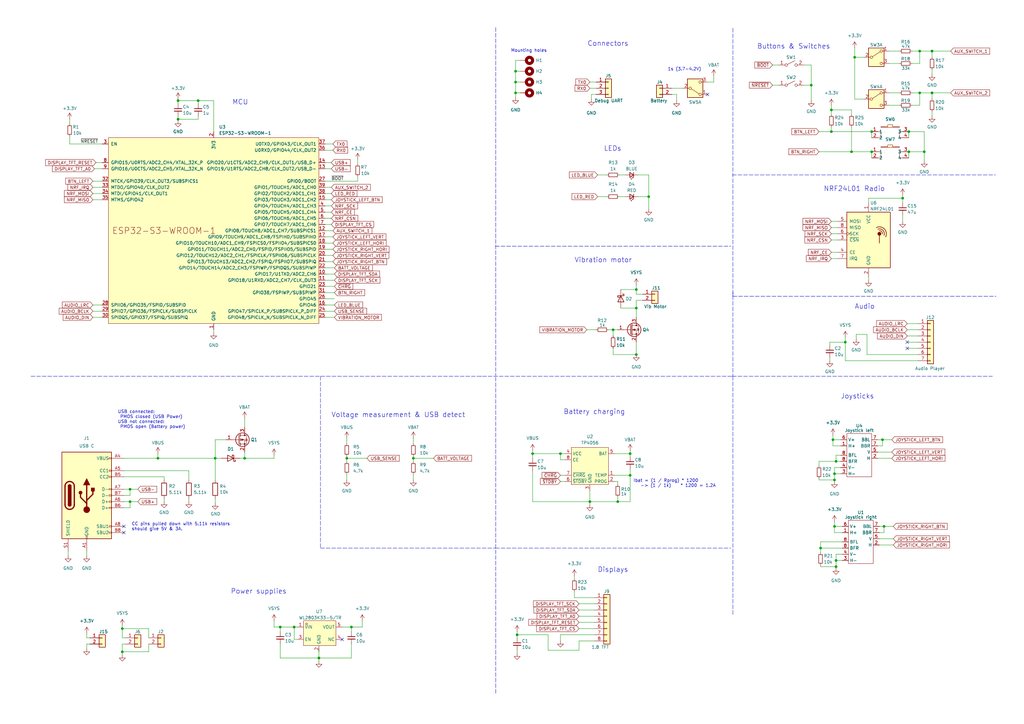
<source format=kicad_sch>
(kicad_sch (version 20230121) (generator eeschema)
  (paper "A3")
  (junction (at 169.545 187.96))
  (junction (at 372.745 53.975))
  (junction (at 341.63 180.34))
  (junction (at 342.265 196.85))
  (junction (at 142.24 187.96))
  (junction (at 357.505 53.975))
  (junction (at 372.745 62.23))
  (junction (at 260.985 145.415))
  (junction (at 120.65 257.175))
  (junction (at 377.19 20.955))
  (junction (at 241.935 205.74))
  (junction (at 361.95 180.34))
  (junction (at 212.09 260.35))
  (junction (at 100.33 187.96))
  (junction (at 379.095 62.23))
  (junction (at 211.455 29.21))
  (junction (at 357.505 62.23))
  (junction (at 260.985 118.745))
  (junction (at 50.165 257.81))
  (junction (at 258.445 194.945))
  (junction (at 260.985 126.365))
  (junction (at 342.9 232.41))
  (junction (at 349.25 62.23))
  (junction (at 266.065 80.645))
  (junction (at 114.935 257.175))
  (junction (at 382.27 20.955))
  (junction (at 342.265 215.9))
  (junction (at 50.165 267.335))
  (junction (at 218.44 186.055))
  (junction (at 382.27 38.1))
  (junction (at 340.995 45.085))
  (junction (at 377.19 38.1))
  (junction (at 336.55 224.79))
  (junction (at 53.34 200.66))
  (junction (at 130.81 269.875))
  (junction (at 340.995 53.975))
  (junction (at 342.265 194.31))
  (junction (at 342.9 229.87))
  (junction (at 258.445 186.055))
  (junction (at 251.46 135.255))
  (junction (at 332.74 34.925))
  (junction (at 64.77 187.96))
  (junction (at 362.585 215.9))
  (junction (at 81.28 41.275))
  (junction (at 211.455 33.655))
  (junction (at 211.455 38.1))
  (junction (at 370.205 81.28))
  (junction (at 342.9 189.23))
  (junction (at 53.34 205.74))
  (junction (at 88.265 187.96))
  (junction (at 346.71 140.335))
  (junction (at 229.87 186.055))
  (junction (at 73.025 41.275))
  (junction (at 253.365 205.74))
  (junction (at 350.52 23.495))
  (junction (at 144.145 257.175))
  (junction (at 73.025 48.895))
  (no_connect (at 140.335 262.255))
  (no_connect (at 290.195 38.735))
  (no_connect (at 50.8 215.9))
  (no_connect (at 372.11 142.875))
  (no_connect (at 50.8 218.44))
  (no_connect (at 372.11 140.335))
  (wire (pts (xy 342.9 229.87) (xy 345.44 229.87)))
  (wire (pts (xy 130.81 266.065) (xy 130.81 269.875)))
  (polyline (pts (xy 300.609 121.539) (xy 408.559 121.539)) (stroke (width 0) (type dash)))
  (wire (pts (xy 148.59 257.175) (xy 148.59 254.635)))
  (wire (pts (xy 346.71 147.955) (xy 376.555 147.955)))
  (wire (pts (xy 241.935 36.195) (xy 244.475 36.195)))
  (wire (pts (xy 67.31 205.74) (xy 67.31 204.47)))
  (wire (pts (xy 260.985 120.65) (xy 260.985 118.745)))
  (polyline (pts (xy 197.485 154.305) (xy 197.231 154.305)))
  (wire (pts (xy 27.94 226.06) (xy 27.94 227.965)))
  (wire (pts (xy 332.74 34.925) (xy 332.74 26.67)))
  (wire (pts (xy 260.985 123.19) (xy 263.525 123.19)))
  (wire (pts (xy 28.575 59.055) (xy 28.575 55.88)))
  (wire (pts (xy 346.71 140.335) (xy 346.71 147.955)))
  (wire (pts (xy 87.63 135.255) (xy 87.63 136.525)))
  (polyline (pts (xy 300.609 11.557) (xy 300.609 154.305)) (stroke (width 0) (type dash)))
  (wire (pts (xy 357.505 53.975) (xy 357.505 56.515)))
  (wire (pts (xy 379.095 53.975) (xy 379.095 62.23)))
  (wire (pts (xy 360.68 220.98) (xy 366.395 220.98)))
  (wire (pts (xy 266.065 80.645) (xy 261.62 80.645)))
  (wire (pts (xy 169.545 187.96) (xy 169.545 189.357)))
  (wire (pts (xy 374.015 26.035) (xy 377.19 26.035)))
  (wire (pts (xy 133.35 102.235) (xy 136.525 102.235)))
  (wire (pts (xy 368.935 38.1) (xy 364.49 38.1)))
  (wire (pts (xy 351.155 137.16) (xy 351.155 139.065)))
  (wire (pts (xy 377.19 43.18) (xy 377.19 38.1)))
  (wire (pts (xy 382.27 47.625) (xy 382.27 45.72)))
  (wire (pts (xy 35.56 226.06) (xy 35.56 227.965)))
  (wire (pts (xy 335.915 62.23) (xy 349.25 62.23)))
  (wire (pts (xy 169.545 187.071) (xy 169.545 187.96)))
  (wire (pts (xy 372.11 140.335) (xy 376.555 140.335)))
  (wire (pts (xy 342.265 213.995) (xy 342.265 215.9)))
  (wire (pts (xy 342.265 191.77) (xy 344.805 191.77)))
  (wire (pts (xy 342.9 227.33) (xy 345.44 227.33)))
  (wire (pts (xy 87.63 41.275) (xy 81.28 41.275)))
  (wire (pts (xy 60.96 257.81) (xy 50.165 257.81)))
  (wire (pts (xy 212.09 260.35) (xy 212.09 261.62)))
  (wire (pts (xy 133.35 74.295) (xy 146.685 74.295)))
  (wire (pts (xy 251.46 145.415) (xy 251.46 142.875)))
  (wire (pts (xy 73.025 48.895) (xy 81.28 48.895)))
  (wire (pts (xy 231.775 188.595) (xy 229.87 188.595)))
  (wire (pts (xy 77.47 193.04) (xy 50.8 193.04)))
  (wire (pts (xy 237.49 247.65) (xy 243.84 247.65)))
  (wire (pts (xy 88.265 196.85) (xy 88.265 187.96)))
  (wire (pts (xy 382.27 30.48) (xy 382.27 28.575)))
  (wire (pts (xy 335.915 189.23) (xy 335.915 191.135)))
  (polyline (pts (xy 203.327 284.353) (xy 203.327 154.305)) (stroke (width 0) (type dash)))
  (wire (pts (xy 258.445 186.055) (xy 258.445 187.325)))
  (wire (pts (xy 340.995 93.345) (xy 343.535 93.345)))
  (wire (pts (xy 235.585 245.11) (xy 243.84 245.11)))
  (wire (pts (xy 341.63 180.34) (xy 344.805 180.34)))
  (wire (pts (xy 38.1 79.375) (xy 41.91 79.375)))
  (wire (pts (xy 64.77 187.96) (xy 88.265 187.96)))
  (wire (pts (xy 280.035 36.195) (xy 275.59 36.195)))
  (wire (pts (xy 100.33 171.45) (xy 100.33 175.26)))
  (wire (pts (xy 41.91 59.055) (xy 28.575 59.055)))
  (wire (pts (xy 133.35 125.095) (xy 137.16 125.095)))
  (wire (pts (xy 144.145 257.175) (xy 148.59 257.175)))
  (wire (pts (xy 211.455 29.21) (xy 213.36 29.21)))
  (wire (pts (xy 342.265 215.9) (xy 345.44 215.9)))
  (wire (pts (xy 133.35 112.395) (xy 137.16 112.395)))
  (wire (pts (xy 237.49 262.89) (xy 237.49 266.7)))
  (wire (pts (xy 260.985 126.365) (xy 260.985 130.175)))
  (wire (pts (xy 342.265 196.85) (xy 342.265 194.31)))
  (wire (pts (xy 349.25 52.07) (xy 349.25 62.23)))
  (wire (pts (xy 377.19 38.1) (xy 374.015 38.1)))
  (wire (pts (xy 344.805 186.69) (xy 342.9 186.69)))
  (wire (pts (xy 356.235 81.28) (xy 356.235 83.185)))
  (wire (pts (xy 133.35 59.055) (xy 136.525 59.055)))
  (wire (pts (xy 266.065 85.725) (xy 266.065 80.645)))
  (wire (pts (xy 112.395 257.175) (xy 114.935 257.175)))
  (wire (pts (xy 169.545 179.705) (xy 169.545 181.991)))
  (wire (pts (xy 53.34 205.74) (xy 53.34 208.28)))
  (wire (pts (xy 350.52 23.495) (xy 354.33 23.495)))
  (wire (pts (xy 342.9 229.87) (xy 342.9 227.33)))
  (wire (pts (xy 241.935 33.655) (xy 244.475 33.655)))
  (wire (pts (xy 342.265 215.9) (xy 342.265 218.44)))
  (wire (pts (xy 211.455 33.655) (xy 213.36 33.655)))
  (wire (pts (xy 235.585 242.57) (xy 235.585 245.11)))
  (wire (pts (xy 350.52 40.64) (xy 350.52 23.495)))
  (wire (pts (xy 218.44 186.055) (xy 229.87 186.055)))
  (wire (pts (xy 212.09 260.35) (xy 212.09 259.08)))
  (wire (pts (xy 362.585 215.9) (xy 362.585 218.44)))
  (wire (pts (xy 88.265 187.96) (xy 88.265 180.34)))
  (wire (pts (xy 87.63 53.975) (xy 87.63 41.275)))
  (wire (pts (xy 256.54 80.645) (xy 254 80.645)))
  (wire (pts (xy 88.265 180.34) (xy 92.71 180.34)))
  (wire (pts (xy 100.33 185.42) (xy 100.33 187.96)))
  (wire (pts (xy 144.145 259.08) (xy 144.145 257.175)))
  (wire (pts (xy 362.585 215.9) (xy 366.395 215.9)))
  (wire (pts (xy 218.44 193.04) (xy 218.44 205.74)))
  (wire (pts (xy 114.935 269.875) (xy 130.81 269.875)))
  (wire (pts (xy 77.47 196.85) (xy 77.47 193.04)))
  (wire (pts (xy 133.35 76.835) (xy 135.89 76.835)))
  (wire (pts (xy 50.165 261.62) (xy 50.165 257.81)))
  (polyline (pts (xy 300.609 154.305) (xy 300.609 252.349)) (stroke (width 0) (type dash)))
  (wire (pts (xy 121.92 262.255) (xy 120.65 262.255)))
  (wire (pts (xy 356.235 113.665) (xy 356.235 114.935)))
  (wire (pts (xy 237.49 262.89) (xy 243.84 262.89)))
  (wire (pts (xy 88.265 206.375) (xy 88.265 204.47)))
  (wire (pts (xy 258.445 192.405) (xy 258.445 194.945)))
  (wire (pts (xy 50.8 203.2) (xy 53.34 203.2)))
  (wire (pts (xy 253.365 197.485) (xy 252.095 197.485)))
  (wire (pts (xy 51.435 261.62) (xy 50.165 261.62)))
  (wire (pts (xy 254.635 126.365) (xy 260.985 126.365)))
  (wire (pts (xy 340.995 43.18) (xy 340.995 45.085)))
  (wire (pts (xy 211.455 29.21) (xy 211.455 24.765)))
  (wire (pts (xy 382.27 40.64) (xy 382.27 38.1)))
  (wire (pts (xy 73.025 47.625) (xy 73.025 48.895)))
  (wire (pts (xy 50.8 187.96) (xy 64.77 187.96)))
  (wire (pts (xy 251.46 137.795) (xy 251.46 135.255)))
  (wire (pts (xy 342.9 233.045) (xy 342.9 232.41)))
  (wire (pts (xy 133.35 109.855) (xy 137.16 109.855)))
  (wire (pts (xy 142.24 194.437) (xy 142.24 196.85)))
  (wire (pts (xy 372.745 53.975) (xy 372.745 56.515)))
  (wire (pts (xy 242.57 38.735) (xy 244.475 38.735)))
  (wire (pts (xy 218.44 205.74) (xy 241.935 205.74)))
  (wire (pts (xy 112.395 186.69) (xy 112.395 187.96)))
  (wire (pts (xy 253.365 205.74) (xy 253.365 203.835)))
  (wire (pts (xy 140.335 257.175) (xy 144.145 257.175)))
  (wire (pts (xy 361.95 180.34) (xy 365.76 180.34)))
  (polyline (pts (xy 203.327 11.303) (xy 203.327 154.051)) (stroke (width 0) (type dash)))
  (wire (pts (xy 133.35 107.315) (xy 136.525 107.315)))
  (wire (pts (xy 340.995 45.085) (xy 349.25 45.085)))
  (wire (pts (xy 342.265 218.44) (xy 345.44 218.44)))
  (wire (pts (xy 261.62 71.755) (xy 266.065 71.755)))
  (wire (pts (xy 341.63 182.88) (xy 344.805 182.88)))
  (wire (pts (xy 341.63 178.435) (xy 341.63 180.34)))
  (wire (pts (xy 340.995 95.885) (xy 343.535 95.885)))
  (wire (pts (xy 53.34 200.66) (xy 56.515 200.66)))
  (wire (pts (xy 229.87 188.595) (xy 229.87 186.055)))
  (wire (pts (xy 133.35 122.555) (xy 137.16 122.555)))
  (wire (pts (xy 263.525 120.65) (xy 260.985 120.65)))
  (wire (pts (xy 38.1 74.295) (xy 41.91 74.295)))
  (wire (pts (xy 370.205 80.01) (xy 370.205 81.28)))
  (wire (pts (xy 133.35 84.455) (xy 135.89 84.455)))
  (wire (pts (xy 342.265 197.485) (xy 342.265 196.85)))
  (wire (pts (xy 133.35 97.155) (xy 136.525 97.155)))
  (wire (pts (xy 349.25 62.23) (xy 357.505 62.23)))
  (wire (pts (xy 73.025 48.895) (xy 73.025 49.53)))
  (wire (pts (xy 253.365 205.74) (xy 258.445 205.74)))
  (wire (pts (xy 361.95 182.88) (xy 360.045 182.88)))
  (wire (pts (xy 50.165 267.335) (xy 60.96 267.335)))
  (wire (pts (xy 211.455 38.1) (xy 211.455 33.655)))
  (wire (pts (xy 133.35 127.635) (xy 137.16 127.635)))
  (wire (pts (xy 332.74 26.67) (xy 329.565 26.67)))
  (wire (pts (xy 50.8 208.28) (xy 53.34 208.28)))
  (wire (pts (xy 260.985 123.19) (xy 260.985 126.365)))
  (wire (pts (xy 253.365 198.755) (xy 253.365 197.485)))
  (wire (pts (xy 169.545 187.96) (xy 177.8 187.96)))
  (wire (pts (xy 372.11 142.875) (xy 376.555 142.875)))
  (wire (pts (xy 382.27 38.1) (xy 389.89 38.1)))
  (polyline (pts (xy 300.355 71.755) (xy 408.305 71.755)) (stroke (width 0) (type dash)))
  (wire (pts (xy 254.635 118.745) (xy 260.985 118.745)))
  (wire (pts (xy 133.35 66.675) (xy 135.89 66.675)))
  (wire (pts (xy 319.405 34.925) (xy 316.865 34.925)))
  (wire (pts (xy 81.28 41.275) (xy 73.025 41.275)))
  (wire (pts (xy 67.31 195.58) (xy 50.8 195.58)))
  (wire (pts (xy 242.57 40.64) (xy 242.57 38.735)))
  (wire (pts (xy 38.1 81.915) (xy 41.91 81.915)))
  (wire (pts (xy 336.55 222.25) (xy 336.55 224.79)))
  (wire (pts (xy 258.445 194.945) (xy 258.445 205.74)))
  (wire (pts (xy 382.27 20.955) (xy 377.19 20.955)))
  (wire (pts (xy 120.65 262.255) (xy 120.65 257.175)))
  (wire (pts (xy 355.6 145.415) (xy 355.6 137.16)))
  (wire (pts (xy 342.265 194.31) (xy 342.265 191.77)))
  (wire (pts (xy 342.265 194.31) (xy 344.805 194.31)))
  (wire (pts (xy 249.555 135.255) (xy 251.46 135.255)))
  (wire (pts (xy 277.495 41.275) (xy 277.495 38.735)))
  (wire (pts (xy 241.935 205.74) (xy 241.935 207.01)))
  (wire (pts (xy 336.55 232.41) (xy 342.9 232.41)))
  (wire (pts (xy 372.745 62.23) (xy 379.095 62.23)))
  (wire (pts (xy 370.205 81.28) (xy 370.205 83.185)))
  (wire (pts (xy 377.19 20.955) (xy 374.015 20.955)))
  (wire (pts (xy 53.34 205.74) (xy 56.515 205.74)))
  (wire (pts (xy 211.455 24.765) (xy 213.36 24.765)))
  (wire (pts (xy 335.915 196.85) (xy 342.265 196.85)))
  (wire (pts (xy 382.27 38.1) (xy 377.19 38.1)))
  (wire (pts (xy 340.36 140.335) (xy 340.36 141.605)))
  (wire (pts (xy 342.9 189.23) (xy 335.915 189.23)))
  (wire (pts (xy 218.44 184.785) (xy 218.44 186.055)))
  (wire (pts (xy 133.35 79.375) (xy 135.89 79.375)))
  (wire (pts (xy 35.56 264.16) (xy 36.83 264.16)))
  (wire (pts (xy 38.1 76.835) (xy 41.91 76.835)))
  (wire (pts (xy 142.24 179.705) (xy 142.24 181.991)))
  (wire (pts (xy 361.95 180.34) (xy 361.95 182.88)))
  (wire (pts (xy 362.585 218.44) (xy 360.68 218.44)))
  (polyline (pts (xy 131.445 154.305) (xy 131.445 224.79)) (stroke (width 0) (type dash)))
  (wire (pts (xy 240.665 135.255) (xy 244.475 135.255)))
  (wire (pts (xy 114.935 259.08) (xy 114.935 257.175)))
  (wire (pts (xy 340.995 45.085) (xy 340.995 46.99)))
  (wire (pts (xy 133.35 89.535) (xy 135.89 89.535)))
  (wire (pts (xy 340.995 103.505) (xy 343.535 103.505)))
  (wire (pts (xy 50.165 264.16) (xy 51.435 264.16)))
  (wire (pts (xy 368.935 20.955) (xy 364.49 20.955)))
  (wire (pts (xy 360.045 187.96) (xy 365.76 187.96)))
  (wire (pts (xy 100.33 187.96) (xy 112.395 187.96)))
  (wire (pts (xy 382.27 20.955) (xy 389.89 20.955)))
  (wire (pts (xy 133.35 69.215) (xy 135.89 69.215)))
  (wire (pts (xy 377.19 26.035) (xy 377.19 20.955)))
  (polyline (pts (xy 300.355 154.305) (xy 407.035 154.305)) (stroke (width 0) (type dash)))
  (wire (pts (xy 146.685 74.295) (xy 146.685 72.39)))
  (wire (pts (xy 60.96 267.335) (xy 60.96 264.16)))
  (polyline (pts (xy 203.2 224.79) (xy 299.72 224.79)) (stroke (width 0) (type dash)))
  (wire (pts (xy 346.71 140.335) (xy 340.36 140.335)))
  (wire (pts (xy 50.165 268.605) (xy 50.165 267.335)))
  (wire (pts (xy 142.24 187.96) (xy 142.24 189.357)))
  (wire (pts (xy 38.1 127.635) (xy 41.91 127.635)))
  (wire (pts (xy 229.87 194.945) (xy 231.775 194.945)))
  (polyline (pts (xy 131.445 224.79) (xy 203.2 224.79)) (stroke (width 0) (type dash)))
  (wire (pts (xy 292.735 33.655) (xy 290.195 33.655)))
  (wire (pts (xy 372.11 132.715) (xy 376.555 132.715)))
  (wire (pts (xy 38.1 130.175) (xy 41.91 130.175)))
  (wire (pts (xy 229.87 260.35) (xy 243.84 260.35)))
  (wire (pts (xy 169.545 194.437) (xy 169.545 196.85)))
  (wire (pts (xy 229.87 197.485) (xy 231.775 197.485)))
  (wire (pts (xy 130.81 269.875) (xy 130.81 271.145)))
  (wire (pts (xy 130.81 269.875) (xy 144.145 269.875)))
  (wire (pts (xy 212.09 266.7) (xy 212.09 267.97)))
  (wire (pts (xy 50.165 267.335) (xy 50.165 264.16)))
  (wire (pts (xy 133.35 114.935) (xy 137.16 114.935)))
  (wire (pts (xy 332.74 41.275) (xy 332.74 34.925)))
  (wire (pts (xy 382.27 23.495) (xy 382.27 20.955)))
  (wire (pts (xy 112.395 254.635) (xy 112.395 257.175)))
  (wire (pts (xy 36.83 261.62) (xy 35.56 261.62)))
  (wire (pts (xy 133.35 130.175) (xy 137.16 130.175)))
  (wire (pts (xy 266.065 71.755) (xy 266.065 80.645)))
  (wire (pts (xy 357.505 62.23) (xy 357.505 64.77)))
  (wire (pts (xy 252.095 186.055) (xy 258.445 186.055)))
  (wire (pts (xy 133.35 117.475) (xy 137.16 117.475)))
  (wire (pts (xy 133.35 61.595) (xy 136.525 61.595)))
  (wire (pts (xy 237.49 250.19) (xy 243.84 250.19)))
  (wire (pts (xy 39.37 66.675) (xy 41.91 66.675)))
  (wire (pts (xy 142.24 187.96) (xy 150.495 187.96)))
  (wire (pts (xy 50.8 200.66) (xy 53.34 200.66)))
  (wire (pts (xy 81.28 42.545) (xy 81.28 41.275)))
  (wire (pts (xy 344.805 189.23) (xy 342.9 189.23)))
  (wire (pts (xy 340.995 53.975) (xy 357.505 53.975)))
  (wire (pts (xy 144.145 264.16) (xy 144.145 269.875)))
  (wire (pts (xy 38.735 69.215) (xy 41.91 69.215)))
  (wire (pts (xy 277.495 38.735) (xy 275.59 38.735)))
  (wire (pts (xy 252.095 194.945) (xy 258.445 194.945)))
  (wire (pts (xy 360.045 185.42) (xy 365.76 185.42)))
  (wire (pts (xy 28.575 50.8) (xy 28.575 48.895)))
  (wire (pts (xy 53.34 200.66) (xy 53.34 203.2)))
  (wire (pts (xy 211.455 33.655) (xy 211.455 29.21)))
  (wire (pts (xy 340.995 52.07) (xy 340.995 53.975)))
  (wire (pts (xy 133.35 86.995) (xy 135.89 86.995)))
  (wire (pts (xy 50.8 205.74) (xy 53.34 205.74)))
  (wire (pts (xy 64.77 186.055) (xy 64.77 187.96)))
  (wire (pts (xy 35.56 261.62) (xy 35.56 259.715)))
  (wire (pts (xy 35.56 266.065) (xy 35.56 264.16)))
  (wire (pts (xy 354.33 40.64) (xy 350.52 40.64)))
  (wire (pts (xy 336.55 224.79) (xy 345.44 224.79)))
  (wire (pts (xy 211.455 40.005) (xy 211.455 38.1)))
  (wire (pts (xy 81.28 48.895) (xy 81.28 47.625)))
  (wire (pts (xy 341.63 180.34) (xy 341.63 182.88)))
  (wire (pts (xy 142.24 187.071) (xy 142.24 187.96)))
  (polyline (pts (xy 300.609 119.761) (xy 300.609 121.539)) (stroke (width 0) (type dash)))
  (wire (pts (xy 98.425 187.96) (xy 100.33 187.96)))
  (wire (pts (xy 73.025 41.275) (xy 73.025 42.545)))
  (wire (pts (xy 340.995 106.045) (xy 343.535 106.045)))
  (wire (pts (xy 120.65 257.175) (xy 121.92 257.175)))
  (wire (pts (xy 319.405 26.67) (xy 316.865 26.67)))
  (wire (pts (xy 248.92 80.645) (xy 245.11 80.645)))
  (wire (pts (xy 336.55 231.775) (xy 336.55 232.41)))
  (wire (pts (xy 133.35 120.015) (xy 137.16 120.015)))
  (wire (pts (xy 211.455 38.1) (xy 213.36 38.1)))
  (wire (pts (xy 364.49 43.18) (xy 368.935 43.18)))
  (wire (pts (xy 355.6 137.16) (xy 351.155 137.16)))
  (wire (pts (xy 241.935 201.295) (xy 241.935 205.74)))
  (wire (pts (xy 340.36 146.685) (xy 340.36 147.955)))
  (wire (pts (xy 342.9 232.41) (xy 342.9 229.87)))
  (wire (pts (xy 364.49 26.035) (xy 368.935 26.035)))
  (wire (pts (xy 372.11 135.255) (xy 376.555 135.255)))
  (wire (pts (xy 335.915 53.975) (xy 340.995 53.975)))
  (wire (pts (xy 237.49 257.81) (xy 243.84 257.81)))
  (wire (pts (xy 292.735 31.115) (xy 292.735 33.655)))
  (wire (pts (xy 50.165 256.54) (xy 50.165 257.81)))
  (wire (pts (xy 260.985 118.745) (xy 260.985 116.84)))
  (polyline (pts (xy 12.7 154.305) (xy 300.609 154.305)) (stroke (width 0) (type dash)))
  (wire (pts (xy 67.31 196.85) (xy 67.31 195.58)))
  (wire (pts (xy 241.935 205.74) (xy 253.365 205.74)))
  (wire (pts (xy 218.44 186.055) (xy 218.44 187.96)))
  (wire (pts (xy 237.49 252.73) (xy 243.84 252.73)))
  (wire (pts (xy 360.68 223.52) (xy 366.395 223.52)))
  (wire (pts (xy 342.9 186.69) (xy 342.9 189.23)))
  (wire (pts (xy 346.71 138.43) (xy 346.71 140.335)))
  (wire (pts (xy 340.995 90.805) (xy 343.535 90.805)))
  (wire (pts (xy 133.35 99.695) (xy 136.525 99.695)))
  (wire (pts (xy 133.35 92.075) (xy 135.89 92.075)))
  (wire (pts (xy 370.205 88.265) (xy 370.205 90.805)))
  (wire (pts (xy 237.49 266.7) (xy 224.79 266.7)))
  (wire (pts (xy 340.995 98.425) (xy 343.535 98.425)))
  (wire (pts (xy 133.35 81.915) (xy 135.89 81.915)))
  (wire (pts (xy 345.44 222.25) (xy 336.55 222.25)))
  (wire (pts (xy 361.95 180.34) (xy 360.045 180.34)))
  (wire (pts (xy 258.445 184.785) (xy 258.445 186.055)))
  (wire (pts (xy 224.79 266.7) (xy 224.79 260.35)))
  (wire (pts (xy 260.985 140.335) (xy 260.985 145.415)))
  (wire (pts (xy 114.935 257.175) (xy 120.65 257.175)))
  (wire (pts (xy 245.11 71.755) (xy 248.92 71.755)))
  (wire (pts (xy 336.55 224.79) (xy 336.55 226.695)))
  (wire (pts (xy 376.555 145.415) (xy 355.6 145.415)))
  (wire (pts (xy 73.025 41.275) (xy 73.025 40.64)))
  (wire (pts (xy 370.205 81.28) (xy 356.235 81.28)))
  (wire (pts (xy 229.87 262.89) (xy 229.87 260.35)))
  (polyline (pts (xy 203.2 100.965) (xy 299.72 100.965)) (stroke (width 0) (type dash)))
  (wire (pts (xy 379.095 53.975) (xy 372.745 53.975)))
  (wire (pts (xy 260.985 145.415) (xy 251.46 145.415)))
  (wire (pts (xy 251.46 135.255) (xy 253.365 135.255)))
  (wire (pts (xy 60.96 261.62) (xy 60.96 257.81)))
  (wire (pts (xy 77.47 205.74) (xy 77.47 204.47)))
  (wire (pts (xy 349.25 46.99) (xy 349.25 45.085)))
  (wire (pts (xy 114.935 269.875) (xy 114.935 264.16)))
  (wire (pts (xy 38.1 125.095) (xy 41.91 125.095)))
  (wire (pts (xy 133.35 104.775) (xy 136.525 104.775)))
  (wire (pts (xy 374.015 43.18) (xy 377.19 43.18)))
  (wire (pts (xy 254 71.755) (xy 256.54 71.755)))
  (wire (pts (xy 379.095 62.23) (xy 379.095 66.04)))
  (wire (pts (xy 146.685 67.31) (xy 146.685 65.405)))
  (wire (pts (xy 372.745 62.23) (xy 372.745 64.77)))
  (wire (pts (xy 332.74 34.925) (xy 329.565 34.925)))
  (wire (pts (xy 237.49 255.27) (xy 243.84 255.27)))
  (wire (pts (xy 224.79 260.35) (xy 212.09 260.35)))
  (wire (pts (xy 229.87 186.055) (xy 231.775 186.055)))
  (wire (pts (xy 335.915 196.215) (xy 335.915 196.85)))
  (wire (pts (xy 372.11 137.795) (xy 376.555 137.795)))
  (wire (pts (xy 88.265 187.96) (xy 90.805 187.96)))
  (wire (pts (xy 362.585 215.9) (xy 360.68 215.9)))
  (wire (pts (xy 235.585 236.22) (xy 235.585 237.49)))
  (wire (pts (xy 133.35 94.615) (xy 136.525 94.615)))
  (wire (pts (xy 350.52 19.685) (xy 350.52 23.495)))
  (text "Vibration motor" (at 235.585 107.95 0) (effects (font (size 2 2)) (justify left bottom)))
  (text "Displays" (at 245.11 234.95 0) (effects (font (size 2 2)) (justify left bottom)))
  (text "MCU" (at 95.25 43.18 0) (effects (font (size 2 2)) (justify left bottom)))
  (text "Audio" (at 350.52 127 0) (effects (font (size 2 2)) (justify left bottom)))
  (text "LEDs" (at 247.65 62.23 0) (effects (font (size 2 2)) (justify left bottom)))
  (text "Ibat = (1 / Rprog) * 1200\n   -> (1 / 1k)    * 1200 = 1.2A" (at 259.715 200.025 0) (effects (font (size 1.27 1.27)) (justify left bottom)))
  (text "NRF24L01 Radio" (at 337.82 78.74 0) (effects (font (size 2 2)) (justify left bottom)))
  (text "CC pins pulled down with 5.11k resistors\nshould give 5V & 3A." (at 53.975 217.805 0) (effects (font (size 1.27 1.27)) (justify left bottom)))
  (text "USB connected:\n PMOS closed (USB Power)\nUSB not connected:\n PMOS open (Battery power)" (at 48.26 175.895 0) (effects (font (size 1.27 1.27)) (justify left bottom)))
  (text "Voltage measurement & USB detect" (at 135.89 171.45 0) (effects (font (size 2 2)) (justify left bottom)))
  (text "Connectors" (at 240.919 19.177 0) (effects (font (size 2 2)) (justify left bottom)))
  (text "Buttons & Switches" (at 310.515 20.32 0) (effects (font (size 2 2)) (justify left bottom)))
  (text "Joysticks" (at 344.805 163.83 0) (effects (font (size 2 2)) (justify left bottom)))
  (text "Power supplies" (at 94.615 243.84 0) (effects (font (size 2 2)) (justify left bottom)))
  (text "Battery charging" (at 231.14 170.18 0) (effects (font (size 2 2)) (justify left bottom)))
  (text "1s (3.7-4.2V)" (at 287.655 29.21 0) (effects (font (size 1.27 1.27)) (justify right bottom)))
  (text "Mounting holes" (at 209.55 21.59 0) (effects (font (size 1.27 1.27)) (justify left bottom)))
  (label "~{NRESET}" (at 33.02 59.055 0))
  (label "~{BOOT}" (at 135.89 74.295 0))
  (global_label "NRF_MISO" (shape input) (at 38.1 81.915 180) (property "Intersheetrefs" "${INTERSHEET_REFS}" (effects hide)))
  (global_label "DISPLAY_TFT_SDA" (shape input) (at 237.49 250.19 180) (property "Intersheetrefs" "${INTERSHEET_REFS}" (effects hide)))
  (global_label "AUDIO_BCLK" (shape input) (at 38.1 127.635 180) (property "Intersheetrefs" "${INTERSHEET_REFS}" (effects hide)))
  (global_label "USB-" (shape input) (at 135.89 69.215 0) (property "Intersheetrefs" "${INTERSHEET_REFS}" (effects hide)))
  (global_label "RX0" (shape input) (at 241.935 36.195 180) (property "Intersheetrefs" "${INTERSHEET_REFS}" (effects hide)))
  (global_label "DISPLAY_TFT_CS" (shape input) (at 135.89 92.075 0) (property "Intersheetrefs" "${INTERSHEET_REFS}" (effects hide)))
  (global_label "JOYSTICK_LEFT_HORI" (shape input) (at 136.525 99.695 0) (property "Intersheetrefs" "${INTERSHEET_REFS}" (effects hide)))
  (global_label "DISPLAY_TFT_RESET" (shape input) (at 237.49 255.27 180) (property "Intersheetrefs" "${INTERSHEET_REFS}" (effects hide)))
  (global_label "NRF_MISO" (shape input) (at 340.995 93.345 180) (property "Intersheetrefs" "${INTERSHEET_REFS}" (effects hide)))
  (global_label "AUX_SWITCH_2" (shape input) (at 389.89 38.1 0) (property "Intersheetrefs" "${INTERSHEET_REFS}" (effects hide)))
  (global_label "~{CHRG}" (shape input) (at 229.87 194.945 180) (property "Intersheetrefs" "${INTERSHEET_REFS}" (effects hide)))
  (global_label "AUDIO_BCLK" (shape input) (at 372.11 135.255 180) (property "Intersheetrefs" "${INTERSHEET_REFS}" (effects hide)))
  (global_label "AUDIO_LRC" (shape input) (at 38.1 125.095 180) (property "Intersheetrefs" "${INTERSHEET_REFS}" (effects hide)))
  (global_label "~{CHRG}" (shape input) (at 137.16 117.475 0) (property "Intersheetrefs" "${INTERSHEET_REFS}" (effects hide)))
  (global_label "NRF_MOSI" (shape input) (at 340.995 90.805 180) (property "Intersheetrefs" "${INTERSHEET_REFS}" (effects hide)))
  (global_label "AUX_SWITCH_1" (shape input) (at 136.525 94.615 0) (property "Intersheetrefs" "${INTERSHEET_REFS}" (effects hide)))
  (global_label "NRF_MOSI" (shape input) (at 38.1 79.375 180) (property "Intersheetrefs" "${INTERSHEET_REFS}" (effects hide)))
  (global_label "JOYSTICK_RIGHT_HORI" (shape input) (at 366.395 223.52 0) (property "Intersheetrefs" "${INTERSHEET_REFS}" (effects hide)))
  (global_label "JOYSTICK_LEFT_HORI" (shape input) (at 365.76 187.96 0) (property "Intersheetrefs" "${INTERSHEET_REFS}" (effects hide)))
  (global_label "DISPLAY_TFT_CS" (shape input) (at 237.49 257.81 180) (property "Intersheetrefs" "${INTERSHEET_REFS}" (effects hide)))
  (global_label "LED_RED" (shape input) (at 245.11 80.645 180) (property "Intersheetrefs" "${INTERSHEET_REFS}" (effects hide)))
  (global_label "AUDIO_LRC" (shape input) (at 372.11 132.715 180) (property "Intersheetrefs" "${INTERSHEET_REFS}" (effects hide)))
  (global_label "~{NRESET}" (shape input) (at 316.865 34.925 180) (property "Intersheetrefs" "${INTERSHEET_REFS}" (effects hide)))
  (global_label "RX0" (shape input) (at 136.525 61.595 0) (property "Intersheetrefs" "${INTERSHEET_REFS}" (effects hide)))
  (global_label "USB_SENSE" (shape input) (at 150.495 187.96 0) (property "Intersheetrefs" "${INTERSHEET_REFS}" (effects hide)))
  (global_label "TX0" (shape input) (at 136.525 59.055 0) (property "Intersheetrefs" "${INTERSHEET_REFS}" (effects hide)))
  (global_label "TX0" (shape input) (at 241.935 33.655 180) (property "Intersheetrefs" "${INTERSHEET_REFS}" (effects hide)))
  (global_label "NRF_CSN" (shape input) (at 135.89 89.535 0) (property "Intersheetrefs" "${INTERSHEET_REFS}" (effects hide)))
  (global_label "DISPLAY_TFT_A0" (shape input) (at 38.735 69.215 180) (property "Intersheetrefs" "${INTERSHEET_REFS}" (effects hide)))
  (global_label "NRF_SCK" (shape input) (at 340.995 95.885 180) (property "Intersheetrefs" "${INTERSHEET_REFS}" (effects hide)))
  (global_label "DISPLAY_TFT_SCK" (shape input) (at 137.16 114.935 0) (property "Intersheetrefs" "${INTERSHEET_REFS}" (effects hide)))
  (global_label "AUX_SWITCH_2" (shape input) (at 135.89 76.835 0) (property "Intersheetrefs" "${INTERSHEET_REFS}" (effects hide)))
  (global_label "USB-" (shape input) (at 56.515 200.66 0) (property "Intersheetrefs" "${INTERSHEET_REFS}" (effects hide)))
  (global_label "JOYSTICK_RIGHT_BTN" (shape input) (at 136.525 107.315 0) (property "Intersheetrefs" "${INTERSHEET_REFS}" (effects hide)))
  (global_label "VIBRATION_MOTOR" (shape input) (at 137.16 130.175 0) (property "Intersheetrefs" "${INTERSHEET_REFS}" (effects hide)))
  (global_label "VIBRATION_MOTOR" (shape input) (at 240.665 135.255 180) (property "Intersheetrefs" "${INTERSHEET_REFS}" (effects hide)))
  (global_label "NRF_CE" (shape input) (at 340.995 103.505 180) (property "Intersheetrefs" "${INTERSHEET_REFS}" (effects hide)))
  (global_label "JOYSTICK_RIGHT_BTN" (shape input) (at 366.395 215.9 0) (property "Intersheetrefs" "${INTERSHEET_REFS}" (effects hide)))
  (global_label "JOYSTICK_LEFT_VERT" (shape input) (at 136.525 97.155 0) (property "Intersheetrefs" "${INTERSHEET_REFS}" (effects hide)))
  (global_label "LED_RED" (shape input) (at 135.89 79.375 0) (property "Intersheetrefs" "${INTERSHEET_REFS}" (effects hide)))
  (global_label "AUDIO_DIN" (shape input) (at 38.1 130.175 180) (property "Intersheetrefs" "${INTERSHEET_REFS}" (effects hide)))
  (global_label "NRF_CSN" (shape input) (at 340.995 98.425 180) (property "Intersheetrefs" "${INTERSHEET_REFS}" (effects hide)))
  (global_label "BTN_LEFT" (shape input) (at 335.915 53.975 180) (property "Intersheetrefs" "${INTERSHEET_REFS}" (effects hide)))
  (global_label "LED_BLUE" (shape input) (at 245.11 71.755 180) (property "Intersheetrefs" "${INTERSHEET_REFS}" (effects hide)))
  (global_label "JOYSTICK_RIGHT_VERT" (shape input) (at 366.395 220.98 0) (property "Intersheetrefs" "${INTERSHEET_REFS}" (effects hide)))
  (global_label "NRF_SCK" (shape input) (at 135.89 84.455 0) (property "Intersheetrefs" "${INTERSHEET_REFS}" (effects hide)))
  (global_label "LED_BLUE" (shape input) (at 137.16 125.095 0) (property "Intersheetrefs" "${INTERSHEET_REFS}" (effects hide)))
  (global_label "DISPLAY_TFT_SDA" (shape input) (at 137.16 112.395 0) (property "Intersheetrefs" "${INTERSHEET_REFS}" (effects hide)))
  (global_label "NRF_IRQ" (shape input) (at 340.995 106.045 180) (property "Intersheetrefs" "${INTERSHEET_REFS}" (effects hide)))
  (global_label "NRF_IRQ" (shape input) (at 38.1 76.835 180) (property "Intersheetrefs" "${INTERSHEET_REFS}" (effects hide)))
  (global_label "JOYSTICK_LEFT_VERT" (shape input) (at 365.76 185.42 0) (property "Intersheetrefs" "${INTERSHEET_REFS}" (effects hide)))
  (global_label "~{BOOT}" (shape input) (at 316.865 26.67 180) (property "Intersheetrefs" "${INTERSHEET_REFS}" (effects hide)))
  (global_label "DISPLAY_TFT_SCK" (shape input) (at 237.49 247.65 180) (property "Intersheetrefs" "${INTERSHEET_REFS}" (effects hide)))
  (global_label "BTN_RIGHT" (shape input) (at 137.16 120.015 0) (property "Intersheetrefs" "${INTERSHEET_REFS}" (effects hide)))
  (global_label "JOYSTICK_RIGHT_HORI" (shape input) (at 136.525 102.235 0) (property "Intersheetrefs" "${INTERSHEET_REFS}" (effects hide)))
  (global_label "BATT_VOLTAGE" (shape input) (at 177.8 187.96 0) (property "Intersheetrefs" "${INTERSHEET_REFS}" (effects hide)))
  (global_label "BATT_VOLTAGE" (shape input) (at 137.16 109.855 0) (property "Intersheetrefs" "${INTERSHEET_REFS}" (effects hide)))
  (global_label "USB+" (shape input) (at 56.515 205.74 0) (property "Intersheetrefs" "${INTERSHEET_REFS}" (effects hide)))
  (global_label "USB+" (shape input) (at 135.89 66.675 0) (property "Intersheetrefs" "${INTERSHEET_REFS}" (effects hide)))
  (global_label "JOYSTICK_LEFT_BTN" (shape input) (at 365.76 180.34 0) (property "Intersheetrefs" "${INTERSHEET_REFS}" (effects hide)))
  (global_label "NRF_CE" (shape input) (at 135.89 86.995 0) (property "Intersheetrefs" "${INTERSHEET_REFS}" (effects hide)))
  (global_label "JOYSTICK_LEFT_BTN" (shape input) (at 135.89 81.915 0) (property "Intersheetrefs" "${INTERSHEET_REFS}" (effects hide)))
  (global_label "~{STDBY}" (shape input) (at 229.87 197.485 180) (property "Intersheetrefs" "${INTERSHEET_REFS}" (effects hide)))
  (global_label "BTN_LEFT" (shape input) (at 38.1 74.295 180) (property "Intersheetrefs" "${INTERSHEET_REFS}" (effects hide)))
  (global_label "USB_SENSE" (shape input) (at 137.16 127.635 0) (property "Intersheetrefs" "${INTERSHEET_REFS}" (effects hide)))
  (global_label "AUDIO_DIN" (shape input) (at 372.11 137.795 180) (property "Intersheetrefs" "${INTERSHEET_REFS}" (effects hide)))
  (global_label "JOYSTICK_RIGHT_VERT" (shape input) (at 136.525 104.775 0) (property "Intersheetrefs" "${INTERSHEET_REFS}" (effects hide)))
  (global_label "BTN_RIGHT" (shape input) (at 335.915 62.23 180) (property "Intersheetrefs" "${INTERSHEET_REFS}" (effects hide)))
  (global_label "AUX_SWITCH_1" (shape input) (at 389.89 20.955 0) (property "Intersheetrefs" "${INTERSHEET_REFS}" (effects hide)))
  (global_label "DISPLAY_TFT_A0" (shape input) (at 237.49 252.73 180) (property "Intersheetrefs" "${INTERSHEET_REFS}" (effects hide)))
  (global_label "DISPLAY_TFT_RESET" (shape input) (at 39.37 66.675 180) (property "Intersheetrefs" "${INTERSHEET_REFS}" (effects hide)))
  (symbol (lib_id "custom3:VBAT") (at 169.545 179.705 0) (unit 1)
    (property "Reference" "#PWR026" (effects hide))
    (property "Value" "VBAT" (at 169.545 175.26 0))
  )
  (symbol (lib_id "Connector_Generic:Conn_01x07") (at 381.635 140.335 0) (unit 1)
    (property "Reference" "J12" (at 379.73 130.175 0) (effects (justify left)))
    (property "Value" "Audio Player" (at 375.285 151.13 0) (effects (justify left)))
    (property "Footprint" "Connector_PinSocket_2.54mm:PinSocket_1x07_P2.54mm_Vertical" (effects hide))
    (property "Datasheet" "https://learn.adafruit.com/adafruit-max98357-i2s-class-d-mono-amp/pinouts" (effects hide))
  )
  (symbol (lib_id "Device:R_Small") (at 335.915 193.675 0) (unit 1)
    (property "Reference" "R22" (at 337.185 192.405 0) (effects (justify left)))
    (property "Value" "10k" (at 337.185 194.945 0) (effects (justify left)))
    (property "Footprint" "Resistor_SMD:R_0402_1005Metric" (effects hide))
  )
  (symbol (lib_id "power:VBUS") (at 64.77 186.055 0) (unit 1)
    (property "Reference" "#PWR07" (effects hide))
    (property "Value" "VBUS" (at 64.77 181.61 0))
  )
  (symbol (lib_id "easyeda2kicad:KAN0641-0431B-L") (at 365.125 53.975 0) (unit 1)
    (property "Reference" "SW6" (at 365.125 48.895 0))
    (property "Value" "KAN0641-0431B-L" (effects hide))
    (property "Footprint" "easyeda2kicad:KEY-SMD_4P-L6.0-W6.0-P4.50-LS10.0" (effects hide))
    (property "Datasheet" "https://lcsc.com/product-detail/Others_GANGYUAN-KAN0641-0431B-L_C231670.html" (effects hide))
    (property "LCSC Part" "C231670" (effects hide))
  )
  (symbol (lib_id "Connector_Generic:Conn_01x02") (at 56.515 261.62 0) (unit 1)
    (property "Reference" "J6" (at 55.245 259.08 0) (effects (justify left)))
    (property "Value" "VSYS_VOLTAGE" (effects hide))
    (property "Footprint" "Custom3:Conn_01x02_no_Silk" (effects hide))
  )
  (symbol (lib_id "Mechanical:MountingHole_Pad") (at 215.9 24.765 270) (unit 1)
    (property "Reference" "H1" (at 219.71 24.765 90) (effects (justify left)))
    (property "Value" "MountingHole_Pad" (effects hide))
  )
  (symbol (lib_id "Device:R_Small") (at 371.475 38.1 90) (unit 1)
    (property "Reference" "R15" (at 373.38 34.29 90) (effects (justify left)))
    (property "Value" "47k" (at 373.38 36.195 90) (effects (justify left)))
    (property "Footprint" "Resistor_SMD:R_0402_1005Metric" (effects hide))
  )
  (symbol (lib_id "Device:R_Small") (at 247.015 135.255 90) (unit 1)
    (property "Reference" "R12" (at 248.92 131.445 90) (effects (justify left)))
    (property "Value" "1k" (at 248.285 133.35 90) (effects (justify left)))
    (property "Footprint" "Resistor_SMD:R_0402_1005Metric" (effects hide))
  )
  (symbol (lib_id "Device:D_Schottky") (at 254.635 122.555 270) (unit 1)
    (property "Reference" "D2" (at 256.54 122.555 90) (effects (justify left)))
    (property "Value" "D_Schottky" (effects hide))
    (property "Footprint" "Diode_SMD:D_SOD-323" (effects hide))
  )
  (symbol (lib_id "power:GND") (at 351.155 139.065 0) (unit 1)
    (property "Reference" "#PWR051" (effects hide))
    (property "Value" "GND" (at 351.155 143.51 0))
  )
  (symbol (lib_id "power:+3.3V") (at 235.585 236.22 0) (unit 1)
    (property "Reference" "#PWR06" (effects hide))
    (property "Value" "+3.3V" (at 235.585 231.14 0))
  )
  (symbol (lib_id "Device:Q_PMOS_GSD") (at 97.79 180.34 0) (unit 1)
    (property "Reference" "Q1" (at 102.87 180.34 0) (effects (justify left)))
    (property "Value" "Q_PMOS_GSD" (effects hide))
    (property "Footprint" "Package_TO_SOT_SMD:SOT-23" (effects hide))
  )
  (symbol (lib_id "power:GND") (at 266.065 85.725 0) (unit 1)
    (property "Reference" "#PWR064" (effects hide))
    (property "Value" "GND" (at 266.065 90.17 0))
  )
  (symbol (lib_id "Device:Q_NMOS_Depletion_GSD") (at 258.445 135.255 0) (unit 1)
    (property "Reference" "Q4" (at 263.525 135.255 0) (effects (justify left)))
    (property "Value" "Q_NMOS_Depletion_GSD" (effects hide))
    (property "Footprint" "Package_TO_SOT_SMD:SOT-23" (effects hide))
  )
  (symbol (lib_id "power:GND") (at 382.27 47.625 0) (unit 1)
    (property "Reference" "#PWR055" (effects hide))
    (property "Value" "GND" (at 382.27 52.07 0))
  )
  (symbol (lib_id "Device:C_Small") (at 81.28 45.085 0) (unit 1)
    (property "Reference" "C5" (at 83.185 43.815 0) (effects (justify left)))
    (property "Value" "1u" (at 83.185 46.355 0) (effects (justify left)))
    (property "Footprint" "Capacitor_SMD:C_0402_1005Metric" (effects hide))
  )
  (symbol (lib_id "custom3:PS4Joystick") (at 353.06 215.9 0) (unit 1)
    (property "Reference" "U1" (at 353.06 210.185 0))
    (property "Value" "Joystick right" (at 353.06 212.09 0))
    (property "Footprint" "Custom3:PS4tJoystick" (effects hide))
  )
  (symbol (lib_id "power:GND") (at 50.165 268.605 0) (unit 1)
    (property "Reference" "#PWR031" (effects hide))
    (property "Value" "GND" (effects hide))
  )
  (symbol (lib_id "power:GND") (at 340.36 147.955 0) (unit 1)
    (property "Reference" "#PWR056" (effects hide))
    (property "Value" "GND" (at 340.36 152.4 0))
  )
  (symbol (lib_id "Device:R_Small") (at 382.27 26.035 0) (unit 1)
    (property "Reference" "R17" (at 383.54 24.765 0) (effects (justify left)))
    (property "Value" "10k" (at 383.54 27.305 0) (effects (justify left)))
    (property "Footprint" "Resistor_SMD:R_0402_1005Metric" (effects hide))
  )
  (symbol (lib_id "Device:C_Small") (at 144.145 261.62 0) (unit 1)
    (property "Reference" "C6" (at 146.05 260.35 0) (effects (justify left)))
    (property "Value" "10u" (at 146.05 262.89 0) (effects (justify left)))
    (property "Footprint" "Capacitor_SMD:C_0603_1608Metric" (effects hide))
  )
  (symbol (lib_id "power:GND") (at 342.265 197.485 0) (unit 1)
    (property "Reference" "#PWR059" (effects hide))
    (property "Value" "GND" (at 342.265 202.565 0))
  )
  (symbol (lib_id "Device:R_Small") (at 28.575 53.34 180) (unit 1)
    (property "Reference" "R1" (at 31.115 52.07 0))
    (property "Value" "10k" (at 31.75 54.61 0))
    (property "Footprint" "Resistor_SMD:R_0402_1005Metric" (effects hide))
  )
  (symbol (lib_id "Connector_Generic:Conn_01x02") (at 66.04 261.62 0) (unit 1)
    (property "Reference" "J2" (at 64.77 259.08 0) (effects (justify left)))
    (property "Value" "VSYS_VOLTAGE" (effects hide))
    (property "Footprint" "Custom3:Conn_01x02_no_Silk" (effects hide))
  )
  (symbol (lib_id "Connector:USB_C_Receptacle_USB2.0") (at 35.56 203.2 0) (unit 1)
    (property "Reference" "J1" (at 35.56 179.705 0))
    (property "Value" "USB C" (at 35.56 182.88 0))
    (property "Footprint" "easyeda2kicad:USB-SMD_GT-USB-7010AN" (effects hide))
    (property "Datasheet" "https://www.lcsc.com/product-detail/span-style-background-color-ff0-USB-span-Connectors_G-Switch-GT-USB-7010AN_C963370.html" (effects hide))
  )
  (symbol (lib_id "custom3:VSYS") (at 112.395 186.69 0) (unit 1)
    (property "Reference" "#PWR018" (effects hide))
    (property "Value" "VSYS" (at 112.395 181.61 0))
  )
  (symbol (lib_id "power:GND") (at 130.81 271.145 0) (unit 1)
    (property "Reference" "#PWR015" (effects hide))
    (property "Value" "GND" (effects hide))
  )
  (symbol (lib_id "Device:C_Small") (at 212.09 264.16 0) (unit 1)
    (property "Reference" "C1" (at 213.995 262.89 0) (effects (justify left)))
    (property "Value" "10u" (at 213.995 265.43 0) (effects (justify left)))
    (property "Footprint" "Capacitor_SMD:C_0603_1608Metric" (effects hide))
  )
  (symbol (lib_id "power:GND") (at 277.495 41.275 0) (mirror y) (unit 1)
    (property "Reference" "#PWR025" (effects hide))
    (property "Value" "GND" (at 277.495 46.355 0))
  )
  (symbol (lib_id "power:GND") (at 260.985 145.415 0) (unit 1)
    (property "Reference" "#PWR046" (effects hide))
    (property "Value" "GND" (at 260.985 150.495 0))
  )
  (symbol (lib_id "Connector_Generic:Conn_01x02") (at 270.51 36.195 0) (mirror y) (unit 1)
    (property "Reference" "J4" (at 271.78 33.655 0) (effects (justify left)))
    (property "Value" "Battery" (at 273.685 41.275 0) (effects (justify left)))
    (property "Footprint" "Connector_PinSocket_2.54mm:PinSocket_1x02_P2.54mm_Vertical" (effects hide))
  )
  (symbol (lib_name "PS4Joystick_1") (lib_id "custom3:PS4Joystick") (at 352.425 180.34 0) (unit 1)
    (property "Reference" "U4" (at 352.425 174.625 0))
    (property "Value" "Joystick left" (at 352.425 176.53 0))
    (property "Footprint" "Custom3:PS4tJoystick" (effects hide))
  )
  (symbol (lib_id "custom3:VSYS") (at 112.395 254.635 0) (unit 1)
    (property "Reference" "#PWR028" (effects hide))
    (property "Value" "VSYS" (at 112.395 249.555 0))
  )
  (symbol (lib_id "power:GND") (at 67.31 205.74 0) (unit 1)
    (property "Reference" "#PWR08" (effects hide))
    (property "Value" "GND" (at 67.31 210.185 0))
  )
  (symbol (lib_id "power:VBUS") (at 218.44 184.785 0) (unit 1)
    (property "Reference" "#PWR017" (effects hide))
    (property "Value" "VBUS" (at 218.44 179.705 0))
  )
  (symbol (lib_id "easyeda2kicad:TP4056_C725790") (at 241.935 191.135 0) (unit 1)
    (property "Reference" "U2" (at 241.935 179.07 0))
    (property "Value" "TP4056" (at 241.935 181.61 0))
    (property "Footprint" "easyeda2kicad:ESOP-8_L4.9-W3.9-P1.27-LS6.0-BL-EP" (effects hide))
    (property "Datasheet" "https://lcsc.com/product-detail/PMIC-Battery-Management_UMW-Youtai-Semiconductor-Co-Ltd-TP4056_C725790.html" (effects hide))
    (property "LCSC Part" "C725790" (effects hide))
  )
  (symbol (lib_id "Device:R_Small") (at 371.475 43.18 90) (unit 1)
    (property "Reference" "R19" (at 373.38 41.275 90) (effects (justify left)))
    (property "Value" "33k" (at 373.38 45.085 90) (effects (justify left)))
    (property "Footprint" "Resistor_SMD:R_0402_1005Metric" (effects hide))
  )
  (symbol (lib_id "power:+3.3V") (at 340.995 43.18 0) (unit 1)
    (property "Reference" "#PWR030" (effects hide))
    (property "Value" "+3.3V" (at 340.995 38.1 0))
  )
  (symbol (lib_id "power:GND") (at 332.74 41.275 0) (unit 1)
    (property "Reference" "#PWR065" (effects hide))
    (property "Value" "GND" (at 332.74 45.72 0))
  )
  (symbol (lib_id "custom3:VSYS") (at 346.71 138.43 0) (unit 1)
    (property "Reference" "#PWR037" (effects hide))
    (property "Value" "VSYS" (at 346.71 133.35 0))
  )
  (symbol (lib_id "power:GND") (at 382.27 30.48 0) (unit 1)
    (property "Reference" "#PWR050" (effects hide))
    (property "Value" "GND" (at 382.27 34.925 0))
  )
  (symbol (lib_id "Device:C_Small") (at 340.36 144.145 0) (unit 1)
    (property "Reference" "C2" (at 342.265 142.875 0) (effects (justify left)))
    (property "Value" "10u" (at 342.265 145.415 0) (effects (justify left)))
    (property "Footprint" "Capacitor_SMD:C_0603_1608Metric" (effects hide))
  )
  (symbol (lib_id "Mechanical:MountingHole_Pad") (at 215.9 29.21 270) (unit 1)
    (property "Reference" "H2" (at 219.71 29.21 90) (effects (justify left)))
    (property "Value" "MountingHole_Pad" (effects hide))
  )
  (symbol (lib_id "Device:R_Small") (at 371.475 26.035 90) (unit 1)
    (property "Reference" "R18" (at 373.38 24.13 90) (effects (justify left)))
    (property "Value" "33k" (at 373.38 27.94 90) (effects (justify left)))
    (property "Footprint" "Resistor_SMD:R_0402_1005Metric" (effects hide))
  )
  (symbol (lib_id "Espressif:ESP32-S3-WROOM-1") (at 87.63 94.615 0) (unit 1)
    (property "Reference" "U3" (at 89.8241 52.07 0) (effects (justify left)))
    (property "Value" "ESP32-S3-WROOM-1" (at 89.8241 54.61 0) (effects (justify left)))
    (property "Footprint" "Espressif:ESP32-S3-WROOM-1" (effects hide))
    (property "Datasheet" "https://www.espressif.com/sites/default/files/documentation/esp32-s3-wroom-1_wroom-1u_datasheet_en.pdf" (effects hide))
  )
  (symbol (lib_id "easyeda2kicad:KAN0641-0431B-L") (at 365.125 62.23 0) (unit 1)
    (property "Reference" "SW7" (at 365.125 57.15 0))
    (property "Value" "KAN0641-0431B-L" (effects hide))
    (property "Footprint" "easyeda2kicad:KEY-SMD_4P-L6.0-W6.0-P4.50-LS10.0" (effects hide))
    (property "Datasheet" "https://lcsc.com/product-detail/Others_GANGYUAN-KAN0641-0431B-L_C231670.html" (effects hide))
    (property "LCSC Part" "C231670" (effects hide))
  )
  (symbol (lib_id "power:GND") (at 35.56 266.065 0) (unit 1)
    (property "Reference" "#PWR057" (effects hide))
    (property "Value" "GND" (effects hide))
  )
  (symbol (lib_id "Device:LED_Small") (at 259.08 80.645 180) (unit 1)
    (property "Reference" "D4" (at 259.08 75.565 0))
    (property "Value" "RED" (at 259.08 78.105 0))
    (property "Footprint" "LED_SMD:LED_0603_1608Metric" (effects hide))
  )
  (symbol (lib_id "Device:R_Small") (at 251.46 140.335 0) (unit 1)
    (property "Reference" "R11" (at 252.73 139.065 0) (effects (justify left)))
    (property "Value" "10k" (at 252.73 141.605 0) (effects (justify left)))
    (property "Footprint" "Resistor_SMD:R_0402_1005Metric" (effects hide))
  )
  (symbol (lib_id "Device:D_Schottky") (at 94.615 187.96 180) (unit 1)
    (property "Reference" "D1" (at 94.615 184.15 0))
    (property "Value" "D_Schottky" (effects hide))
    (property "Footprint" "Diode_SMD:D_SOD-123" (effects hide))
  )
  (symbol (lib_id "power:GND") (at 73.025 49.53 0) (unit 1)
    (property "Reference" "#PWR011" (effects hide))
    (property "Value" "GND" (at 73.025 53.975 0))
  )
  (symbol (lib_id "Switch:SW_DPDT_x2") (at 359.41 23.495 0) (unit 1)
    (property "Reference" "SW3" (at 359.41 18.415 0))
    (property "Value" "SWITCH 1" (effects hide))
    (property "Footprint" "Custom3:On-Off-On_Switch" (effects hide))
  )
  (symbol (lib_id "power:GND") (at 370.205 90.805 0) (unit 1)
    (property "Reference" "#PWR062" (effects hide))
    (property "Value" "GND" (at 370.205 95.25 0))
  )
  (symbol (lib_id "Device:R") (at 77.47 200.66 0) (unit 1)
    (property "Reference" "R3" (at 79.375 199.3899 0) (effects (justify left)))
    (property "Value" "5.11k" (at 79.375 201.9299 0) (effects (justify left)))
    (property "Footprint" "Resistor_SMD:R_0402_1005Metric" (effects hide))
  )
  (symbol (lib_id "power:+3.3V") (at 370.205 80.01 0) (unit 1)
    (property "Reference" "#PWR061" (effects hide))
    (property "Value" "+3.3V" (at 370.205 74.93 0))
  )
  (symbol (lib_id "power:GND") (at 169.545 196.85 0) (unit 1)
    (property "Reference" "#PWR027" (effects hide))
    (property "Value" "GND" (at 169.545 201.295 0))
  )
  (symbol (lib_id "power:VBUS") (at 142.24 179.705 0) (unit 1)
    (property "Reference" "#PWR021" (effects hide))
    (property "Value" "VBUS" (at 142.24 175.26 0))
  )
  (symbol (lib_id "Device:C_Small") (at 218.44 190.5 0) (unit 1)
    (property "Reference" "C7" (at 220.345 189.23 0) (effects (justify left)))
    (property "Value" "10u" (at 220.345 191.77 0) (effects (justify left)))
    (property "Footprint" "Capacitor_SMD:C_0603_1608Metric" (effects hide))
  )
  (symbol (lib_id "power:+3.3V") (at 73.025 40.64 0) (unit 1)
    (property "Reference" "#PWR010" (effects hide))
    (property "Value" "+3.3V" (at 73.025 36.195 0))
  )
  (symbol (lib_id "Switch:SW_SPST") (at 324.485 34.925 0) (unit 1)
    (property "Reference" "SW2" (at 324.485 31.75 0))
    (property "Value" "SW_SPST" (effects hide))
    (property "Footprint" "easyeda2kicad:SW-SMD_L4.0-W2.9-LS5.0" (effects hide))
  )
  (symbol (lib_id "power:GND") (at 87.63 136.525 0) (unit 1)
    (property "Reference" "#PWR013" (effects hide))
    (property "Value" "GND" (at 87.63 141.605 0))
  )
  (symbol (lib_id "custom3:VSYS") (at 50.165 256.54 0) (unit 1)
    (property "Reference" "#PWR029" (effects hide))
    (property "Value" "VSYS" (at 50.165 251.46 0))
  )
  (symbol (lib_id "power:GND") (at 356.235 114.935 0) (unit 1)
    (property "Reference" "#PWR032" (effects hide))
    (property "Value" "GND" (at 356.235 119.38 0))
  )
  (symbol (lib_id "Device:R_Small") (at 251.46 71.755 90) (unit 1)
    (property "Reference" "R13" (at 251.46 66.675 90))
    (property "Value" "1k" (at 251.46 69.215 90))
    (property "Footprint" "Resistor_SMD:R_0402_1005Metric" (effects hide))
  )
  (symbol (lib_id "Device:R_Small") (at 349.25 49.53 0) (unit 1)
    (property "Reference" "R25" (at 350.52 48.26 0) (effects (justify left)))
    (property "Value" "10k" (at 350.52 50.8 0) (effects (justify left)))
    (property "Footprint" "Resistor_SMD:R_0402_1005Metric" (effects hide))
  )
  (symbol (lib_id "Device:R_Small") (at 371.475 20.955 90) (unit 1)
    (property "Reference" "R16" (at 373.38 17.145 90) (effects (justify left)))
    (property "Value" "47k" (at 373.38 19.05 90) (effects (justify left)))
    (property "Footprint" "Resistor_SMD:R_0402_1005Metric" (effects hide))
  )
  (symbol (lib_id "Device:R_Small") (at 253.365 201.295 0) (unit 1)
    (property "Reference" "R10" (at 254.635 200.66 0) (effects (justify left)))
    (property "Value" "1k" (at 254.635 202.565 0) (effects (justify left)))
    (property "Footprint" "Resistor_SMD:R_0402_1005Metric" (effects hide))
  )
  (symbol (lib_id "Device:R_Small") (at 336.55 229.235 0) (unit 1)
    (property "Reference" "R21" (at 337.82 227.965 0) (effects (justify left)))
    (property "Value" "10k" (at 337.82 230.505 0) (effects (justify left)))
    (property "Footprint" "Resistor_SMD:R_0402_1005Metric" (effects hide))
  )
  (symbol (lib_id "power:+3.3V") (at 35.56 259.715 0) (unit 1)
    (property "Reference" "#PWR058" (effects hide))
    (property "Value" "+3.3V" (at 35.56 254.635 0))
  )
  (symbol (lib_id "Switch:SW_DPDT_x2") (at 359.41 40.64 0) (unit 1)
    (property "Reference" "SW4" (at 359.41 35.56 0))
    (property "Value" "SWITCH 2" (effects hide))
    (property "Footprint" "Custom3:On-Off-On_Switch" (effects hide))
  )
  (symbol (lib_id "power:+3.3V") (at 146.685 65.405 0) (unit 1)
    (property "Reference" "#PWR023" (effects hide))
    (property "Value" "+3.3V" (at 146.685 60.96 0))
  )
  (symbol (lib_id "Device:R_Small") (at 340.995 49.53 0) (unit 1)
    (property "Reference" "R24" (at 342.265 48.26 0) (effects (justify left)))
    (property "Value" "10k" (at 342.265 50.8 0) (effects (justify left)))
    (property "Footprint" "Resistor_SMD:R_0402_1005Metric" (effects hide))
  )
  (symbol (lib_id "Connector_Generic:Conn_01x08") (at 248.92 252.73 0) (unit 1)
    (property "Reference" "J9" (at 247.65 242.57 0) (effects (justify left)))
    (property "Value" "1.8 TFT" (at 242.57 265.43 0) (effects (justify left)))
    (property "Footprint" "Connector_PinSocket_2.54mm:PinSocket_1x08_P2.54mm_Vertical" (effects hide))
    (property "Datasheet" "https://www.aliexpress.com/item/4001282467099.html?spm=a2g0o.order_list.order_list_main.150.53b51802y3ckeb" (effects hide))
  )
  (symbol (lib_id "Connector_Generic:Conn_01x02") (at 268.605 120.65 0) (unit 1)
    (property "Reference" "J11" (at 267.335 118.11 0) (effects (justify left)))
    (property "Value" "Vib Motor" (at 264.16 125.73 0) (effects (justify left)))
    (property "Footprint" "Custom3:Conn_01x02_no_Silk" (effects hide))
  )
  (symbol (lib_id "power:GND") (at 229.87 262.89 0) (unit 1)
    (property "Reference" "#PWR038" (effects hide))
    (property "Value" "GND" (effects hide))
  )
  (symbol (lib_id "power:GND") (at 35.56 227.965 0) (unit 1)
    (property "Reference" "#PWR04" (effects hide))
    (property "Value" "GND" (at 35.56 233.045 0))
  )
  (symbol (lib_id "custom3:VBAT") (at 258.445 184.785 0) (unit 1)
    (property "Reference" "#PWR033" (effects hide))
    (property "Value" "VBAT" (at 258.445 180.34 0))
  )
  (symbol (lib_id "power:GND") (at 77.47 205.74 0) (unit 1)
    (property "Reference" "#PWR012" (effects hide))
    (property "Value" "GND" (at 77.47 210.185 0))
  )
  (symbol (lib_id "power:+3.3V") (at 148.59 254.635 0) (unit 1)
    (property "Reference" "#PWR019" (effects hide))
    (property "Value" "+3.3V" (at 148.59 249.555 0))
  )
  (symbol (lib_id "power:+3.3V") (at 212.09 259.08 0) (unit 1)
    (property "Reference" "#PWR040" (effects hide))
    (property "Value" "+3.3V" (at 212.09 254 0))
  )
  (symbol (lib_id "Mechanical:MountingHole_Pad") (at 215.9 33.655 270) (unit 1)
    (property "Reference" "H3" (at 219.71 33.655 90) (effects (justify left)))
    (property "Value" "MountingHole_Pad" (effects hide))
  )
  (symbol (lib_id "power:GND") (at 27.94 227.965 0) (unit 1)
    (property "Reference" "#PWR01" (effects hide))
    (property "Value" "GND" (at 27.94 233.045 0))
  )
  (symbol (lib_id "Switch:SW_SPST") (at 324.485 26.67 0) (unit 1)
    (property "Reference" "SW1" (at 324.485 23.495 0))
    (property "Value" "SW_SPST" (effects hide))
    (property "Footprint" "easyeda2kicad:SW-SMD_L4.0-W2.9-LS5.0" (effects hide))
  )
  (symbol (lib_id "RF:NRF24L01_Breakout") (at 356.235 98.425 0) (unit 1)
    (property "Reference" "U6" (at 356.87 83.185 0) (effects (justify left)))
    (property "Value" "NRF24L01" (at 356.87 85.725 0) (effects (justify left)))
    (property "Footprint" "Connector_PinSocket_2.54mm:PinSocket_2x04_P2.54mm_Vertical" (effects hide))
    (property "Datasheet" "http://www.nordicsemi.com/eng/content/download/2730/34105/file/nRF24L01_Product_Specification_v2_0.pdf" (effects hide))
  )
  (symbol (lib_id "Device:LED_Small") (at 259.08 71.755 180) (unit 1)
    (property "Reference" "D3" (at 259.08 66.675 0))
    (property "Value" "BLUE" (at 259.08 69.215 0))
    (property "Footprint" "LED_SMD:LED_0603_1608Metric" (effects hide))
  )
  (symbol (lib_id "Device:R_Small") (at 251.46 80.645 90) (unit 1)
    (property "Reference" "R14" (at 251.46 75.565 90))
    (property "Value" "1k" (at 251.46 78.105 90))
    (property "Footprint" "Resistor_SMD:R_0402_1005Metric" (effects hide))
  )
  (symbol (lib_id "Device:R_Small") (at 169.545 191.897 0) (unit 1)
    (property "Reference" "R9" (at 172.085 190.627 0) (effects (justify left)))
    (property "Value" "4.7k" (at 172.085 193.167 0) (effects (justify left)))
    (property "Footprint" "Resistor_SMD:R_0402_1005Metric" (effects hide))
  )
  (symbol (lib_id "power:+3.3V") (at 28.575 48.895 0) (unit 1)
    (property "Reference" "#PWR03" (effects hide))
    (property "Value" "+3.3V" (at 28.575 44.45 0))
  )
  (symbol (lib_id "power:+3.3V") (at 350.52 19.685 0) (unit 1)
    (property "Reference" "#PWR045" (effects hide))
    (property "Value" "+3.3V" (at 350.52 14.605 0))
  )
  (symbol (lib_id "power:GND") (at 212.09 267.97 0) (unit 1)
    (property "Reference" "#PWR042" (effects hide))
    (property "Value" "GND" (effects hide))
  )
  (symbol (lib_id "custom3:VBAT") (at 100.33 171.45 0) (unit 1)
    (property "Reference" "#PWR016" (effects hide))
    (property "Value" "VBAT" (at 100.33 167.005 0))
  )
  (symbol (lib_id "power:GND") (at 242.57 40.64 0) (unit 1)
    (property "Reference" "#PWR036" (effects hide))
    (property "Value" "GND" (at 242.57 46.355 0))
  )
  (symbol (lib_id "Device:R") (at 67.31 200.66 0) (unit 1)
    (property "Reference" "R2" (at 69.215 199.3899 0) (effects (justify left)))
    (property "Value" "5.11k" (at 69.215 201.9299 0) (effects (justify left)))
    (property "Footprint" "Resistor_SMD:R_0402_1005Metric" (effects hide))
  )
  (symbol (lib_id "custom3:VBAT") (at 292.735 31.115 0) (mirror y) (unit 1)
    (property "Reference" "#PWR02" (effects hide))
    (property "Value" "VBAT" (at 292.735 26.67 0))
  )
  (symbol (lib_id "Device:R_Small") (at 142.24 191.897 0) (unit 1)
    (property "Reference" "R6" (at 144.78 190.627 0) (effects (justify left)))
    (property "Value" "4.7k" (at 144.78 193.167 0) (effects (justify left)))
    (property "Footprint" "Resistor_SMD:R_0402_1005Metric" (effects hide))
  )
  (symbol (lib_id "Device:C_Small") (at 114.935 261.62 0) (unit 1)
    (property "Reference" "C3" (at 116.84 260.35 0) (effects (justify left)))
    (property "Value" "10u" (at 116.84 262.89 0) (effects (justify left)))
    (property "Footprint" "Capacitor_SMD:C_0603_1608Metric" (effects hide))
  )
  (symbol (lib_id "power:GND") (at 88.265 206.375 0) (unit 1)
    (property "Reference" "#PWR014" (effects hide))
    (property "Value" "GND" (at 88.392 210.7692 0))
  )
  (symbol (lib_id "Device:R_Small") (at 142.24 184.531 0) (unit 1)
    (property "Reference" "R5" (at 144.78 183.261 0) (effects (justify left)))
    (property "Value" "10k" (at 144.78 185.801 0) (effects (justify left)))
    (property "Footprint" "Resistor_SMD:R_0402_1005Metric" (effects hide))
  )
  (symbol (lib_id "Switch:SW_DPDT_x2") (at 285.115 36.195 0) (mirror x) (unit 1)
    (property "Reference" "SW5" (at 285.115 41.91 0))
    (property "Value" "Battery" (effects hide))
    (property "Footprint" "Custom3:SideSwitch_5_Legs" (effects hide))
  )
  (symbol (lib_id "power:GND") (at 142.24 196.85 0) (unit 1)
    (property "Reference" "#PWR022" (effects hide))
    (property "Value" "GND" (at 142.24 201.295 0))
  )
  (symbol (lib_id "Device:R") (at 88.265 200.66 0) (unit 1)
    (property "Reference" "R4" (at 90.043 199.4916 0) (effects (justify left)))
    (property "Value" "10k" (at 90.043 201.803 0) (effects (justify left)))
    (property "Footprint" "Resistor_SMD:R_0402_1005Metric" (effects hide))
  )
  (symbol (lib_id "custom3:VSYS") (at 260.985 116.84 0) (unit 1)
    (property "Reference" "#PWR048" (effects hide))
    (property "Value" "VSYS" (at 260.985 111.76 0))
  )
  (symbol (lib_id "power:GND") (at 342.9 233.045 0) (unit 1)
    (property "Reference" "#PWR024" (effects hide))
    (property "Value" "GND" (at 342.9 238.125 0))
  )
  (symbol (lib_id "power:GND") (at 379.095 66.04 0) (unit 1)
    (property "Reference" "#PWR09" (effects hide))
    (property "Value" "GND" (at 379.095 70.485 0))
  )
  (symbol (lib_id "Device:C_Small") (at 73.025 45.085 0) (unit 1)
    (property "Reference" "C4" (at 74.93 43.815 0) (effects (justify left)))
    (property "Value" "10u" (at 74.93 46.355 0) (effects (justify left)))
    (property "Footprint" "Capacitor_SMD:C_0603_1608Metric" (effects hide))
  )
  (symbol (lib_id "power:+3.3V") (at 342.265 213.995 0) (unit 1)
    (property "Reference" "#PWR05" (effects hide))
    (property "Value" "+3.3V" (at 342.265 208.915 0))
  )
  (symbol (lib_id "Device:R_Small") (at 382.27 43.18 0) (unit 1)
    (property "Reference" "R20" (at 383.54 41.91 0) (effects (justify left)))
    (property "Value" "10k" (at 383.54 44.45 0) (effects (justify left)))
    (property "Footprint" "Resistor_SMD:R_0402_1005Metric" (effects hide))
  )
  (symbol (lib_id "power:+3.3V") (at 341.63 178.435 0) (unit 1)
    (property "Reference" "#PWR060" (effects hide))
    (property "Value" "+3.3V" (at 341.63 173.355 0))
  )
  (symbol (lib_id "Device:R_Small") (at 169.545 184.531 0) (unit 1)
    (property "Reference" "R8" (at 172.085 183.261 0) (effects (justify left)))
    (property "Value" "10k" (at 172.085 185.801 0) (effects (justify left)))
    (property "Footprint" "Resistor_SMD:R_0402_1005Metric" (effects hide))
  )
  (symbol (lib_id "Connector_Generic:Conn_01x03") (at 249.555 36.195 0) (unit 1)
    (property "Reference" "J5" (at 248.285 31.115 0) (effects (justify left)))
    (property "Value" "Debug UART" (at 243.84 41.275 0) (effects (justify left)))
    (property "Footprint" "Connector_PinSocket_2.54mm:PinSocket_1x03_P2.54mm_Vertical" (effects hide))
  )
  (symbol (lib_id "Device:C_Small") (at 258.445 189.865 0) (unit 1)
    (property "Reference" "C8" (at 260.35 188.595 0) (effects (justify left)))
    (property "Value" "10u" (at 260.35 191.135 0) (effects (justify left)))
    (property "Footprint" "Capacitor_SMD:C_0603_1608Metric" (effects hide))
  )
  (symbol (lib_id "Device:R_Small") (at 235.585 240.03 0) (unit 1)
    (property "Reference" "R23" (at 236.855 238.76 0) (effects (justify left)))
    (property "Value" "10k" (at 236.855 241.3 0) (effects (justify left)))
    (property "Footprint" "Resistor_SMD:R_0402_1005Metric" (effects hide))
  )
  (symbol (lib_id "Mechanical:MountingHole_Pad") (at 215.9 38.1 270) (unit 1)
    (property "Reference" "H4" (at 219.71 38.1 90) (effects (justify left)))
    (property "Value" "MountingHole_Pad" (effects hide))
  )
  (symbol (lib_id "Device:R_Small") (at 146.685 69.85 180) (unit 1)
    (property "Reference" "R7" (at 149.225 68.58 0))
    (property "Value" "10k" (at 149.86 71.12 0))
    (property "Footprint" "Resistor_SMD:R_0402_1005Metric" (effects hide))
  )
  (symbol (lib_id "power:GND") (at 241.935 207.01 0) (unit 1)
    (property "Reference" "#PWR020" (effects hide))
    (property "Value" "GND" (at 241.935 212.09 0))
  )
  (symbol (lib_id "power:GND") (at 211.455 40.005 0) (unit 1)
    (property "Reference" "#PWR034" (effects hide))
    (property "Value" "GND" (at 211.455 45.085 0))
  )
  (symbol (lib_id "Device:C_Small") (at 370.205 85.725 0) (unit 1)
    (property "Reference" "C15" (at 372.11 84.455 0) (effects (justify left)))
    (property "Value" "47u" (at 372.11 86.995 0) (effects (justify left)))
    (property "Footprint" "Capacitor_SMD:C_1206_3216Metric" (effects hide))
  )
  (symbol (lib_id "Connector_Generic:Conn_01x02") (at 41.91 261.62 0) (unit 1)
    (property "Reference" "J15" (at 40.64 259.08 0) (effects (justify left)))
    (property "Value" "VSYS_VOLTAGE" (effects hide))
    (property "Footprint" "Custom3:Conn_01x02_no_Silk" (effects hide))
  )
  (symbol (lib_id "easyeda2kicad:WL2803K33-5_TR") (at 124.46 262.255 0) (unit 1)
    (property "Reference" "U7" (at 129.54 250.825 0) (effects (justify left)))
    (property "Value" "WL2803K33-5/TR" (at 122.555 253.365 0) (effects (justify left)))
    (property "Footprint" "Package_TO_SOT_SMD:SOT-89-5" (effects hide))
    (property "Datasheet" "https://lcsc.com/product-detail/Others_Will-Semicon-WL2803K33-5-TR_C192927.html" (effects hide))
    (property "LCSC Part" "C192927" (effects hide))
  )
)
</source>
